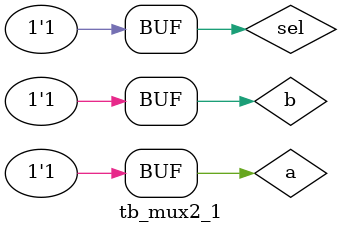
<source format=v>
module mux2_1(a,b,sel,y);
input a,b,sel;
output y;
assign y= (~sel & a) |(sel & b);
endmodule

// ---------------- Testbench ----------------

module tb_mux2_1();
    reg a, b, sel;
    wire y;

    mux2_1 k1(a, b, sel, y);

    initial begin
        a = 0; b = 0; sel = 0; #10;
        a = 0; b = 1; sel = 0; #10;
        a = 1; b = 0; sel = 0; #10;
        a = 1; b = 1; sel = 0; #10;
        a = 0; b = 0; sel = 1; #10;
        a = 0; b = 1; sel = 1; #10;
        a = 1; b = 0; sel = 1; #10;
        a = 1; b = 1; sel = 1; #10;
    end
endmodule

</source>
